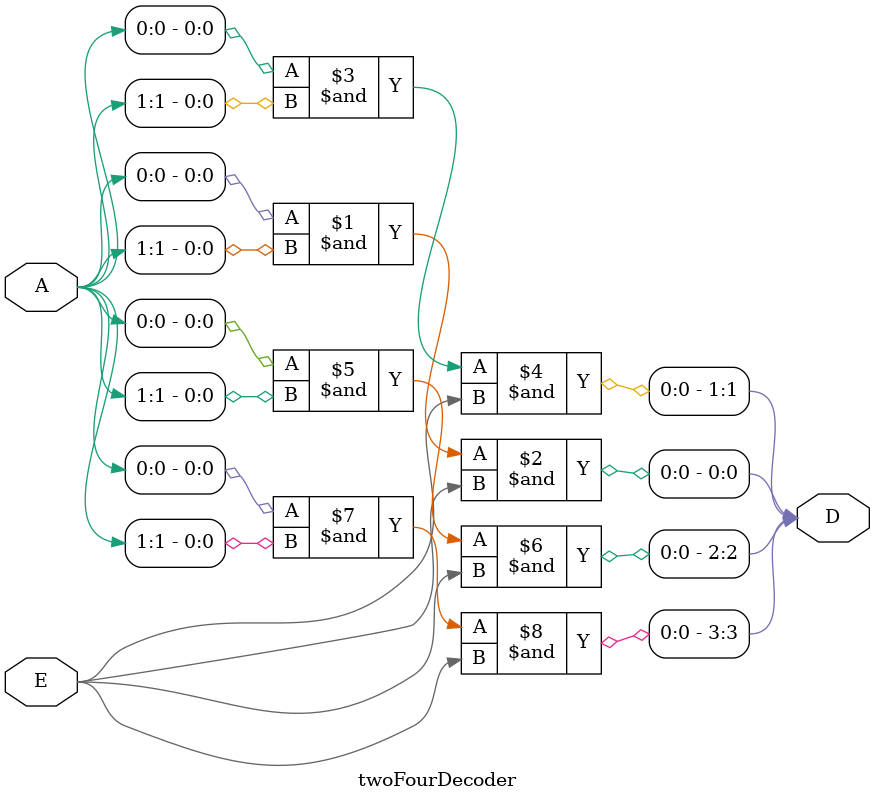
<source format=v>

module twoFourDecoder(A, E, D);
	input [1:0]A;
	input E;
	output[3:0]D;
	
	and A1(D[0], A[0], A[1], E);
	and A2(D[1], A[0], A[1], E);
	and A3(D[2], A[0], A[1], E);
	and A4(D[3], A[0], A[1], E);
	
endmodule

	
</source>
